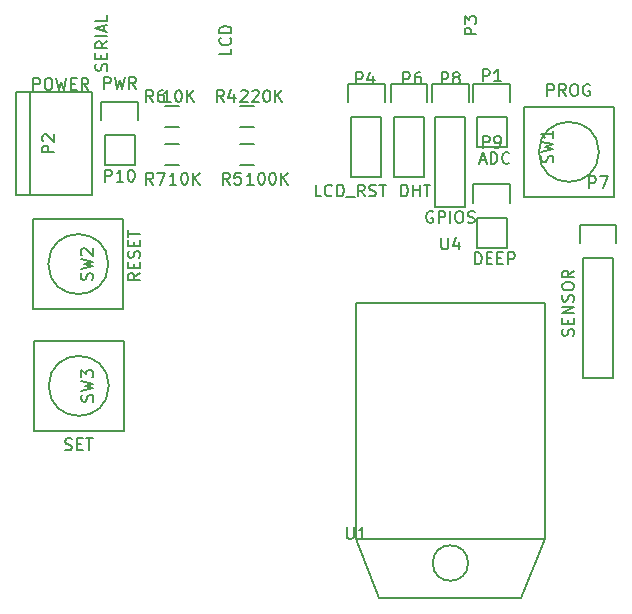
<source format=gto>
G04 #@! TF.FileFunction,Legend,Top*
%FSLAX46Y46*%
G04 Gerber Fmt 4.6, Leading zero omitted, Abs format (unit mm)*
G04 Created by KiCad (PCBNEW 4.0.4-1.fc24-product) date Sun Jan 15 22:00:39 2017*
%MOMM*%
%LPD*%
G01*
G04 APERTURE LIST*
%ADD10C,0.100000*%
%ADD11C,0.150000*%
G04 APERTURE END LIST*
D10*
D11*
X79770000Y-40270000D02*
X79770000Y-42810000D01*
X80050000Y-37450000D02*
X80050000Y-39000000D01*
X79770000Y-40270000D02*
X77230000Y-40270000D01*
X76950000Y-39000000D02*
X76950000Y-37450000D01*
X76950000Y-37450000D02*
X80050000Y-37450000D01*
X77230000Y-40270000D02*
X77230000Y-42810000D01*
X77230000Y-42810000D02*
X79770000Y-42810000D01*
X38220000Y-38149100D02*
X38220000Y-46849100D01*
X44625000Y-38149100D02*
X44625000Y-46849100D01*
X44625000Y-46849100D02*
X38220000Y-46849100D01*
X39450000Y-46849100D02*
X39450000Y-38149100D01*
X38220000Y-38149100D02*
X44625000Y-38149100D01*
X66630000Y-40270000D02*
X66630000Y-45350000D01*
X66630000Y-45350000D02*
X69170000Y-45350000D01*
X69170000Y-45350000D02*
X69170000Y-40270000D01*
X69450000Y-37450000D02*
X69450000Y-39000000D01*
X69170000Y-40270000D02*
X66630000Y-40270000D01*
X66350000Y-39000000D02*
X66350000Y-37450000D01*
X66350000Y-37450000D02*
X69450000Y-37450000D01*
X70230000Y-40270000D02*
X70230000Y-45350000D01*
X70230000Y-45350000D02*
X72770000Y-45350000D01*
X72770000Y-45350000D02*
X72770000Y-40270000D01*
X73050000Y-37450000D02*
X73050000Y-39000000D01*
X72770000Y-40270000D02*
X70230000Y-40270000D01*
X69950000Y-39000000D02*
X69950000Y-37450000D01*
X69950000Y-37450000D02*
X73050000Y-37450000D01*
X85950000Y-50920000D02*
X85950000Y-49370000D01*
X85950000Y-49370000D02*
X89050000Y-49370000D01*
X89050000Y-49370000D02*
X89050000Y-50920000D01*
X88770000Y-52190000D02*
X88770000Y-62350000D01*
X88770000Y-62350000D02*
X86230000Y-62350000D01*
X86230000Y-62350000D02*
X86230000Y-52190000D01*
X88770000Y-52190000D02*
X86230000Y-52190000D01*
X57200000Y-39325000D02*
X58400000Y-39325000D01*
X58400000Y-41075000D02*
X57200000Y-41075000D01*
X58400000Y-44275000D02*
X57200000Y-44275000D01*
X57200000Y-42525000D02*
X58400000Y-42525000D01*
X50800000Y-39325000D02*
X52000000Y-39325000D01*
X52000000Y-41075000D02*
X50800000Y-41075000D01*
X50800000Y-42525000D02*
X52000000Y-42525000D01*
X52000000Y-44275000D02*
X50800000Y-44275000D01*
X87580000Y-43190000D02*
G75*
G03X87580000Y-43190000I-2540000J0D01*
G01*
X81230000Y-47000000D02*
X81230000Y-39380000D01*
X81230000Y-39380000D02*
X88850000Y-39380000D01*
X88850000Y-39380000D02*
X88850000Y-47000000D01*
X81230000Y-47000000D02*
X88850000Y-47000000D01*
X46040000Y-52690000D02*
G75*
G03X46040000Y-52690000I-2540000J0D01*
G01*
X47310000Y-48880000D02*
X47310000Y-56500000D01*
X47310000Y-56500000D02*
X39690000Y-56500000D01*
X39690000Y-56500000D02*
X39690000Y-48880000D01*
X47310000Y-48880000D02*
X39690000Y-48880000D01*
X46080000Y-63000000D02*
G75*
G03X46080000Y-63000000I-2540000J0D01*
G01*
X47350000Y-59190000D02*
X47350000Y-66810000D01*
X47350000Y-66810000D02*
X39730000Y-66810000D01*
X39730000Y-66810000D02*
X39730000Y-59190000D01*
X47350000Y-59190000D02*
X39730000Y-59190000D01*
X73730000Y-40270000D02*
X73730000Y-47890000D01*
X76270000Y-40270000D02*
X76270000Y-47890000D01*
X76550000Y-37450000D02*
X76550000Y-39000000D01*
X73730000Y-47890000D02*
X76270000Y-47890000D01*
X76270000Y-40270000D02*
X73730000Y-40270000D01*
X73450000Y-39000000D02*
X73450000Y-37450000D01*
X73450000Y-37450000D02*
X76550000Y-37450000D01*
X79770000Y-48770000D02*
X79770000Y-51310000D01*
X80050000Y-45950000D02*
X80050000Y-47500000D01*
X79770000Y-48770000D02*
X77230000Y-48770000D01*
X76950000Y-47500000D02*
X76950000Y-45950000D01*
X76950000Y-45950000D02*
X80050000Y-45950000D01*
X77230000Y-48770000D02*
X77230000Y-51310000D01*
X77230000Y-51310000D02*
X79770000Y-51310000D01*
X48270000Y-41770000D02*
X48270000Y-44310000D01*
X48550000Y-38950000D02*
X48550000Y-40500000D01*
X48270000Y-41770000D02*
X45730000Y-41770000D01*
X45450000Y-40500000D02*
X45450000Y-38950000D01*
X45450000Y-38950000D02*
X48550000Y-38950000D01*
X45730000Y-41770000D02*
X45730000Y-44310000D01*
X45730000Y-44310000D02*
X48270000Y-44310000D01*
X76500000Y-78000000D02*
G75*
G03X76500000Y-78000000I-1500000J0D01*
G01*
X83000000Y-76000000D02*
X81000000Y-81000000D01*
X83000000Y-75000000D02*
X83000000Y-76000000D01*
X69000000Y-81000000D02*
X81000000Y-81000000D01*
X67000000Y-76000000D02*
X69000000Y-81000000D01*
X83000000Y-76000000D02*
X83000000Y-56000000D01*
X67000000Y-76000000D02*
X83000000Y-76000000D01*
X67000000Y-56000000D02*
X67000000Y-76000000D01*
X83000000Y-56000000D02*
X67000000Y-56000000D01*
X77761905Y-37202381D02*
X77761905Y-36202381D01*
X78142858Y-36202381D01*
X78238096Y-36250000D01*
X78285715Y-36297619D01*
X78333334Y-36392857D01*
X78333334Y-36535714D01*
X78285715Y-36630952D01*
X78238096Y-36678571D01*
X78142858Y-36726190D01*
X77761905Y-36726190D01*
X79285715Y-37202381D02*
X78714286Y-37202381D01*
X79000000Y-37202381D02*
X79000000Y-36202381D01*
X78904762Y-36345238D01*
X78809524Y-36440476D01*
X78714286Y-36488095D01*
X77511905Y-43916667D02*
X77988096Y-43916667D01*
X77416667Y-44202381D02*
X77750000Y-43202381D01*
X78083334Y-44202381D01*
X78416667Y-44202381D02*
X78416667Y-43202381D01*
X78654762Y-43202381D01*
X78797620Y-43250000D01*
X78892858Y-43345238D01*
X78940477Y-43440476D01*
X78988096Y-43630952D01*
X78988096Y-43773810D01*
X78940477Y-43964286D01*
X78892858Y-44059524D01*
X78797620Y-44154762D01*
X78654762Y-44202381D01*
X78416667Y-44202381D01*
X79988096Y-44107143D02*
X79940477Y-44154762D01*
X79797620Y-44202381D01*
X79702382Y-44202381D01*
X79559524Y-44154762D01*
X79464286Y-44059524D01*
X79416667Y-43964286D01*
X79369048Y-43773810D01*
X79369048Y-43630952D01*
X79416667Y-43440476D01*
X79464286Y-43345238D01*
X79559524Y-43250000D01*
X79702382Y-43202381D01*
X79797620Y-43202381D01*
X79940477Y-43250000D01*
X79988096Y-43297619D01*
X41452381Y-43238095D02*
X40452381Y-43238095D01*
X40452381Y-42857142D01*
X40500000Y-42761904D01*
X40547619Y-42714285D01*
X40642857Y-42666666D01*
X40785714Y-42666666D01*
X40880952Y-42714285D01*
X40928571Y-42761904D01*
X40976190Y-42857142D01*
X40976190Y-43238095D01*
X40547619Y-42285714D02*
X40500000Y-42238095D01*
X40452381Y-42142857D01*
X40452381Y-41904761D01*
X40500000Y-41809523D01*
X40547619Y-41761904D01*
X40642857Y-41714285D01*
X40738095Y-41714285D01*
X40880952Y-41761904D01*
X41452381Y-42333333D01*
X41452381Y-41714285D01*
X39690476Y-37952381D02*
X39690476Y-36952381D01*
X40071429Y-36952381D01*
X40166667Y-37000000D01*
X40214286Y-37047619D01*
X40261905Y-37142857D01*
X40261905Y-37285714D01*
X40214286Y-37380952D01*
X40166667Y-37428571D01*
X40071429Y-37476190D01*
X39690476Y-37476190D01*
X40880952Y-36952381D02*
X41071429Y-36952381D01*
X41166667Y-37000000D01*
X41261905Y-37095238D01*
X41309524Y-37285714D01*
X41309524Y-37619048D01*
X41261905Y-37809524D01*
X41166667Y-37904762D01*
X41071429Y-37952381D01*
X40880952Y-37952381D01*
X40785714Y-37904762D01*
X40690476Y-37809524D01*
X40642857Y-37619048D01*
X40642857Y-37285714D01*
X40690476Y-37095238D01*
X40785714Y-37000000D01*
X40880952Y-36952381D01*
X41642857Y-36952381D02*
X41880952Y-37952381D01*
X42071429Y-37238095D01*
X42261905Y-37952381D01*
X42500000Y-36952381D01*
X42880952Y-37428571D02*
X43214286Y-37428571D01*
X43357143Y-37952381D02*
X42880952Y-37952381D01*
X42880952Y-36952381D01*
X43357143Y-36952381D01*
X44357143Y-37952381D02*
X44023809Y-37476190D01*
X43785714Y-37952381D02*
X43785714Y-36952381D01*
X44166667Y-36952381D01*
X44261905Y-37000000D01*
X44309524Y-37047619D01*
X44357143Y-37142857D01*
X44357143Y-37285714D01*
X44309524Y-37380952D01*
X44261905Y-37428571D01*
X44166667Y-37476190D01*
X43785714Y-37476190D01*
X77202381Y-33238095D02*
X76202381Y-33238095D01*
X76202381Y-32857142D01*
X76250000Y-32761904D01*
X76297619Y-32714285D01*
X76392857Y-32666666D01*
X76535714Y-32666666D01*
X76630952Y-32714285D01*
X76678571Y-32761904D01*
X76726190Y-32857142D01*
X76726190Y-33238095D01*
X76202381Y-32333333D02*
X76202381Y-31714285D01*
X76583333Y-32047619D01*
X76583333Y-31904761D01*
X76630952Y-31809523D01*
X76678571Y-31761904D01*
X76773810Y-31714285D01*
X77011905Y-31714285D01*
X77107143Y-31761904D01*
X77154762Y-31809523D01*
X77202381Y-31904761D01*
X77202381Y-32190476D01*
X77154762Y-32285714D01*
X77107143Y-32333333D01*
X56452381Y-34440476D02*
X56452381Y-34916667D01*
X55452381Y-34916667D01*
X56357143Y-33535714D02*
X56404762Y-33583333D01*
X56452381Y-33726190D01*
X56452381Y-33821428D01*
X56404762Y-33964286D01*
X56309524Y-34059524D01*
X56214286Y-34107143D01*
X56023810Y-34154762D01*
X55880952Y-34154762D01*
X55690476Y-34107143D01*
X55595238Y-34059524D01*
X55500000Y-33964286D01*
X55452381Y-33821428D01*
X55452381Y-33726190D01*
X55500000Y-33583333D01*
X55547619Y-33535714D01*
X56452381Y-33107143D02*
X55452381Y-33107143D01*
X55452381Y-32869048D01*
X55500000Y-32726190D01*
X55595238Y-32630952D01*
X55690476Y-32583333D01*
X55880952Y-32535714D01*
X56023810Y-32535714D01*
X56214286Y-32583333D01*
X56309524Y-32630952D01*
X56404762Y-32726190D01*
X56452381Y-32869048D01*
X56452381Y-33107143D01*
X67011905Y-37452381D02*
X67011905Y-36452381D01*
X67392858Y-36452381D01*
X67488096Y-36500000D01*
X67535715Y-36547619D01*
X67583334Y-36642857D01*
X67583334Y-36785714D01*
X67535715Y-36880952D01*
X67488096Y-36928571D01*
X67392858Y-36976190D01*
X67011905Y-36976190D01*
X68440477Y-36785714D02*
X68440477Y-37452381D01*
X68202381Y-36404762D02*
X67964286Y-37119048D01*
X68583334Y-37119048D01*
X64071429Y-46952381D02*
X63595238Y-46952381D01*
X63595238Y-45952381D01*
X64976191Y-46857143D02*
X64928572Y-46904762D01*
X64785715Y-46952381D01*
X64690477Y-46952381D01*
X64547619Y-46904762D01*
X64452381Y-46809524D01*
X64404762Y-46714286D01*
X64357143Y-46523810D01*
X64357143Y-46380952D01*
X64404762Y-46190476D01*
X64452381Y-46095238D01*
X64547619Y-46000000D01*
X64690477Y-45952381D01*
X64785715Y-45952381D01*
X64928572Y-46000000D01*
X64976191Y-46047619D01*
X65404762Y-46952381D02*
X65404762Y-45952381D01*
X65642857Y-45952381D01*
X65785715Y-46000000D01*
X65880953Y-46095238D01*
X65928572Y-46190476D01*
X65976191Y-46380952D01*
X65976191Y-46523810D01*
X65928572Y-46714286D01*
X65880953Y-46809524D01*
X65785715Y-46904762D01*
X65642857Y-46952381D01*
X65404762Y-46952381D01*
X66166667Y-47047619D02*
X66928572Y-47047619D01*
X67738096Y-46952381D02*
X67404762Y-46476190D01*
X67166667Y-46952381D02*
X67166667Y-45952381D01*
X67547620Y-45952381D01*
X67642858Y-46000000D01*
X67690477Y-46047619D01*
X67738096Y-46142857D01*
X67738096Y-46285714D01*
X67690477Y-46380952D01*
X67642858Y-46428571D01*
X67547620Y-46476190D01*
X67166667Y-46476190D01*
X68119048Y-46904762D02*
X68261905Y-46952381D01*
X68500001Y-46952381D01*
X68595239Y-46904762D01*
X68642858Y-46857143D01*
X68690477Y-46761905D01*
X68690477Y-46666667D01*
X68642858Y-46571429D01*
X68595239Y-46523810D01*
X68500001Y-46476190D01*
X68309524Y-46428571D01*
X68214286Y-46380952D01*
X68166667Y-46333333D01*
X68119048Y-46238095D01*
X68119048Y-46142857D01*
X68166667Y-46047619D01*
X68214286Y-46000000D01*
X68309524Y-45952381D01*
X68547620Y-45952381D01*
X68690477Y-46000000D01*
X68976191Y-45952381D02*
X69547620Y-45952381D01*
X69261905Y-46952381D02*
X69261905Y-45952381D01*
X45904762Y-36309524D02*
X45952381Y-36166667D01*
X45952381Y-35928571D01*
X45904762Y-35833333D01*
X45857143Y-35785714D01*
X45761905Y-35738095D01*
X45666667Y-35738095D01*
X45571429Y-35785714D01*
X45523810Y-35833333D01*
X45476190Y-35928571D01*
X45428571Y-36119048D01*
X45380952Y-36214286D01*
X45333333Y-36261905D01*
X45238095Y-36309524D01*
X45142857Y-36309524D01*
X45047619Y-36261905D01*
X45000000Y-36214286D01*
X44952381Y-36119048D01*
X44952381Y-35880952D01*
X45000000Y-35738095D01*
X45428571Y-35309524D02*
X45428571Y-34976190D01*
X45952381Y-34833333D02*
X45952381Y-35309524D01*
X44952381Y-35309524D01*
X44952381Y-34833333D01*
X45952381Y-33833333D02*
X45476190Y-34166667D01*
X45952381Y-34404762D02*
X44952381Y-34404762D01*
X44952381Y-34023809D01*
X45000000Y-33928571D01*
X45047619Y-33880952D01*
X45142857Y-33833333D01*
X45285714Y-33833333D01*
X45380952Y-33880952D01*
X45428571Y-33928571D01*
X45476190Y-34023809D01*
X45476190Y-34404762D01*
X45952381Y-33404762D02*
X44952381Y-33404762D01*
X45666667Y-32976191D02*
X45666667Y-32500000D01*
X45952381Y-33071429D02*
X44952381Y-32738096D01*
X45952381Y-32404762D01*
X45952381Y-31595238D02*
X45952381Y-32071429D01*
X44952381Y-32071429D01*
X71011905Y-37452381D02*
X71011905Y-36452381D01*
X71392858Y-36452381D01*
X71488096Y-36500000D01*
X71535715Y-36547619D01*
X71583334Y-36642857D01*
X71583334Y-36785714D01*
X71535715Y-36880952D01*
X71488096Y-36928571D01*
X71392858Y-36976190D01*
X71011905Y-36976190D01*
X72440477Y-36452381D02*
X72250000Y-36452381D01*
X72154762Y-36500000D01*
X72107143Y-36547619D01*
X72011905Y-36690476D01*
X71964286Y-36880952D01*
X71964286Y-37261905D01*
X72011905Y-37357143D01*
X72059524Y-37404762D01*
X72154762Y-37452381D01*
X72345239Y-37452381D01*
X72440477Y-37404762D01*
X72488096Y-37357143D01*
X72535715Y-37261905D01*
X72535715Y-37023810D01*
X72488096Y-36928571D01*
X72440477Y-36880952D01*
X72345239Y-36833333D01*
X72154762Y-36833333D01*
X72059524Y-36880952D01*
X72011905Y-36928571D01*
X71964286Y-37023810D01*
X70833333Y-46952381D02*
X70833333Y-45952381D01*
X71071428Y-45952381D01*
X71214286Y-46000000D01*
X71309524Y-46095238D01*
X71357143Y-46190476D01*
X71404762Y-46380952D01*
X71404762Y-46523810D01*
X71357143Y-46714286D01*
X71309524Y-46809524D01*
X71214286Y-46904762D01*
X71071428Y-46952381D01*
X70833333Y-46952381D01*
X71833333Y-46952381D02*
X71833333Y-45952381D01*
X71833333Y-46428571D02*
X72404762Y-46428571D01*
X72404762Y-46952381D02*
X72404762Y-45952381D01*
X72738095Y-45952381D02*
X73309524Y-45952381D01*
X73023809Y-46952381D02*
X73023809Y-45952381D01*
X86761905Y-46272381D02*
X86761905Y-45272381D01*
X87142858Y-45272381D01*
X87238096Y-45320000D01*
X87285715Y-45367619D01*
X87333334Y-45462857D01*
X87333334Y-45605714D01*
X87285715Y-45700952D01*
X87238096Y-45748571D01*
X87142858Y-45796190D01*
X86761905Y-45796190D01*
X87666667Y-45272381D02*
X88333334Y-45272381D01*
X87904762Y-46272381D01*
X85404762Y-58761905D02*
X85452381Y-58619048D01*
X85452381Y-58380952D01*
X85404762Y-58285714D01*
X85357143Y-58238095D01*
X85261905Y-58190476D01*
X85166667Y-58190476D01*
X85071429Y-58238095D01*
X85023810Y-58285714D01*
X84976190Y-58380952D01*
X84928571Y-58571429D01*
X84880952Y-58666667D01*
X84833333Y-58714286D01*
X84738095Y-58761905D01*
X84642857Y-58761905D01*
X84547619Y-58714286D01*
X84500000Y-58666667D01*
X84452381Y-58571429D01*
X84452381Y-58333333D01*
X84500000Y-58190476D01*
X84928571Y-57761905D02*
X84928571Y-57428571D01*
X85452381Y-57285714D02*
X85452381Y-57761905D01*
X84452381Y-57761905D01*
X84452381Y-57285714D01*
X85452381Y-56857143D02*
X84452381Y-56857143D01*
X85452381Y-56285714D01*
X84452381Y-56285714D01*
X85404762Y-55857143D02*
X85452381Y-55714286D01*
X85452381Y-55476190D01*
X85404762Y-55380952D01*
X85357143Y-55333333D01*
X85261905Y-55285714D01*
X85166667Y-55285714D01*
X85071429Y-55333333D01*
X85023810Y-55380952D01*
X84976190Y-55476190D01*
X84928571Y-55666667D01*
X84880952Y-55761905D01*
X84833333Y-55809524D01*
X84738095Y-55857143D01*
X84642857Y-55857143D01*
X84547619Y-55809524D01*
X84500000Y-55761905D01*
X84452381Y-55666667D01*
X84452381Y-55428571D01*
X84500000Y-55285714D01*
X84452381Y-54666667D02*
X84452381Y-54476190D01*
X84500000Y-54380952D01*
X84595238Y-54285714D01*
X84785714Y-54238095D01*
X85119048Y-54238095D01*
X85309524Y-54285714D01*
X85404762Y-54380952D01*
X85452381Y-54476190D01*
X85452381Y-54666667D01*
X85404762Y-54761905D01*
X85309524Y-54857143D01*
X85119048Y-54904762D01*
X84785714Y-54904762D01*
X84595238Y-54857143D01*
X84500000Y-54761905D01*
X84452381Y-54666667D01*
X85452381Y-53238095D02*
X84976190Y-53571429D01*
X85452381Y-53809524D02*
X84452381Y-53809524D01*
X84452381Y-53428571D01*
X84500000Y-53333333D01*
X84547619Y-53285714D01*
X84642857Y-53238095D01*
X84785714Y-53238095D01*
X84880952Y-53285714D01*
X84928571Y-53333333D01*
X84976190Y-53428571D01*
X84976190Y-53809524D01*
X55833334Y-38952381D02*
X55500000Y-38476190D01*
X55261905Y-38952381D02*
X55261905Y-37952381D01*
X55642858Y-37952381D01*
X55738096Y-38000000D01*
X55785715Y-38047619D01*
X55833334Y-38142857D01*
X55833334Y-38285714D01*
X55785715Y-38380952D01*
X55738096Y-38428571D01*
X55642858Y-38476190D01*
X55261905Y-38476190D01*
X56690477Y-38285714D02*
X56690477Y-38952381D01*
X56452381Y-37904762D02*
X56214286Y-38619048D01*
X56833334Y-38619048D01*
X57261905Y-38047619D02*
X57309524Y-38000000D01*
X57404762Y-37952381D01*
X57642858Y-37952381D01*
X57738096Y-38000000D01*
X57785715Y-38047619D01*
X57833334Y-38142857D01*
X57833334Y-38238095D01*
X57785715Y-38380952D01*
X57214286Y-38952381D01*
X57833334Y-38952381D01*
X58214286Y-38047619D02*
X58261905Y-38000000D01*
X58357143Y-37952381D01*
X58595239Y-37952381D01*
X58690477Y-38000000D01*
X58738096Y-38047619D01*
X58785715Y-38142857D01*
X58785715Y-38238095D01*
X58738096Y-38380952D01*
X58166667Y-38952381D01*
X58785715Y-38952381D01*
X59404762Y-37952381D02*
X59500001Y-37952381D01*
X59595239Y-38000000D01*
X59642858Y-38047619D01*
X59690477Y-38142857D01*
X59738096Y-38333333D01*
X59738096Y-38571429D01*
X59690477Y-38761905D01*
X59642858Y-38857143D01*
X59595239Y-38904762D01*
X59500001Y-38952381D01*
X59404762Y-38952381D01*
X59309524Y-38904762D01*
X59261905Y-38857143D01*
X59214286Y-38761905D01*
X59166667Y-38571429D01*
X59166667Y-38333333D01*
X59214286Y-38142857D01*
X59261905Y-38047619D01*
X59309524Y-38000000D01*
X59404762Y-37952381D01*
X60166667Y-38952381D02*
X60166667Y-37952381D01*
X60738096Y-38952381D02*
X60309524Y-38380952D01*
X60738096Y-37952381D02*
X60166667Y-38523810D01*
X56333334Y-45952381D02*
X56000000Y-45476190D01*
X55761905Y-45952381D02*
X55761905Y-44952381D01*
X56142858Y-44952381D01*
X56238096Y-45000000D01*
X56285715Y-45047619D01*
X56333334Y-45142857D01*
X56333334Y-45285714D01*
X56285715Y-45380952D01*
X56238096Y-45428571D01*
X56142858Y-45476190D01*
X55761905Y-45476190D01*
X57238096Y-44952381D02*
X56761905Y-44952381D01*
X56714286Y-45428571D01*
X56761905Y-45380952D01*
X56857143Y-45333333D01*
X57095239Y-45333333D01*
X57190477Y-45380952D01*
X57238096Y-45428571D01*
X57285715Y-45523810D01*
X57285715Y-45761905D01*
X57238096Y-45857143D01*
X57190477Y-45904762D01*
X57095239Y-45952381D01*
X56857143Y-45952381D01*
X56761905Y-45904762D01*
X56714286Y-45857143D01*
X58333334Y-45952381D02*
X57761905Y-45952381D01*
X58047619Y-45952381D02*
X58047619Y-44952381D01*
X57952381Y-45095238D01*
X57857143Y-45190476D01*
X57761905Y-45238095D01*
X58952381Y-44952381D02*
X59047620Y-44952381D01*
X59142858Y-45000000D01*
X59190477Y-45047619D01*
X59238096Y-45142857D01*
X59285715Y-45333333D01*
X59285715Y-45571429D01*
X59238096Y-45761905D01*
X59190477Y-45857143D01*
X59142858Y-45904762D01*
X59047620Y-45952381D01*
X58952381Y-45952381D01*
X58857143Y-45904762D01*
X58809524Y-45857143D01*
X58761905Y-45761905D01*
X58714286Y-45571429D01*
X58714286Y-45333333D01*
X58761905Y-45142857D01*
X58809524Y-45047619D01*
X58857143Y-45000000D01*
X58952381Y-44952381D01*
X59904762Y-44952381D02*
X60000001Y-44952381D01*
X60095239Y-45000000D01*
X60142858Y-45047619D01*
X60190477Y-45142857D01*
X60238096Y-45333333D01*
X60238096Y-45571429D01*
X60190477Y-45761905D01*
X60142858Y-45857143D01*
X60095239Y-45904762D01*
X60000001Y-45952381D01*
X59904762Y-45952381D01*
X59809524Y-45904762D01*
X59761905Y-45857143D01*
X59714286Y-45761905D01*
X59666667Y-45571429D01*
X59666667Y-45333333D01*
X59714286Y-45142857D01*
X59761905Y-45047619D01*
X59809524Y-45000000D01*
X59904762Y-44952381D01*
X60666667Y-45952381D02*
X60666667Y-44952381D01*
X61238096Y-45952381D02*
X60809524Y-45380952D01*
X61238096Y-44952381D02*
X60666667Y-45523810D01*
X49833334Y-38952381D02*
X49500000Y-38476190D01*
X49261905Y-38952381D02*
X49261905Y-37952381D01*
X49642858Y-37952381D01*
X49738096Y-38000000D01*
X49785715Y-38047619D01*
X49833334Y-38142857D01*
X49833334Y-38285714D01*
X49785715Y-38380952D01*
X49738096Y-38428571D01*
X49642858Y-38476190D01*
X49261905Y-38476190D01*
X50690477Y-37952381D02*
X50500000Y-37952381D01*
X50404762Y-38000000D01*
X50357143Y-38047619D01*
X50261905Y-38190476D01*
X50214286Y-38380952D01*
X50214286Y-38761905D01*
X50261905Y-38857143D01*
X50309524Y-38904762D01*
X50404762Y-38952381D01*
X50595239Y-38952381D01*
X50690477Y-38904762D01*
X50738096Y-38857143D01*
X50785715Y-38761905D01*
X50785715Y-38523810D01*
X50738096Y-38428571D01*
X50690477Y-38380952D01*
X50595239Y-38333333D01*
X50404762Y-38333333D01*
X50309524Y-38380952D01*
X50261905Y-38428571D01*
X50214286Y-38523810D01*
X51309524Y-38952381D02*
X50738095Y-38952381D01*
X51023809Y-38952381D02*
X51023809Y-37952381D01*
X50928571Y-38095238D01*
X50833333Y-38190476D01*
X50738095Y-38238095D01*
X51928571Y-37952381D02*
X52023810Y-37952381D01*
X52119048Y-38000000D01*
X52166667Y-38047619D01*
X52214286Y-38142857D01*
X52261905Y-38333333D01*
X52261905Y-38571429D01*
X52214286Y-38761905D01*
X52166667Y-38857143D01*
X52119048Y-38904762D01*
X52023810Y-38952381D01*
X51928571Y-38952381D01*
X51833333Y-38904762D01*
X51785714Y-38857143D01*
X51738095Y-38761905D01*
X51690476Y-38571429D01*
X51690476Y-38333333D01*
X51738095Y-38142857D01*
X51785714Y-38047619D01*
X51833333Y-38000000D01*
X51928571Y-37952381D01*
X52690476Y-38952381D02*
X52690476Y-37952381D01*
X53261905Y-38952381D02*
X52833333Y-38380952D01*
X53261905Y-37952381D02*
X52690476Y-38523810D01*
X49833334Y-45952381D02*
X49500000Y-45476190D01*
X49261905Y-45952381D02*
X49261905Y-44952381D01*
X49642858Y-44952381D01*
X49738096Y-45000000D01*
X49785715Y-45047619D01*
X49833334Y-45142857D01*
X49833334Y-45285714D01*
X49785715Y-45380952D01*
X49738096Y-45428571D01*
X49642858Y-45476190D01*
X49261905Y-45476190D01*
X50166667Y-44952381D02*
X50833334Y-44952381D01*
X50404762Y-45952381D01*
X51809524Y-45952381D02*
X51238095Y-45952381D01*
X51523809Y-45952381D02*
X51523809Y-44952381D01*
X51428571Y-45095238D01*
X51333333Y-45190476D01*
X51238095Y-45238095D01*
X52428571Y-44952381D02*
X52523810Y-44952381D01*
X52619048Y-45000000D01*
X52666667Y-45047619D01*
X52714286Y-45142857D01*
X52761905Y-45333333D01*
X52761905Y-45571429D01*
X52714286Y-45761905D01*
X52666667Y-45857143D01*
X52619048Y-45904762D01*
X52523810Y-45952381D01*
X52428571Y-45952381D01*
X52333333Y-45904762D01*
X52285714Y-45857143D01*
X52238095Y-45761905D01*
X52190476Y-45571429D01*
X52190476Y-45333333D01*
X52238095Y-45142857D01*
X52285714Y-45047619D01*
X52333333Y-45000000D01*
X52428571Y-44952381D01*
X53190476Y-45952381D02*
X53190476Y-44952381D01*
X53761905Y-45952381D02*
X53333333Y-45380952D01*
X53761905Y-44952381D02*
X53190476Y-45523810D01*
X83654762Y-44083333D02*
X83702381Y-43940476D01*
X83702381Y-43702380D01*
X83654762Y-43607142D01*
X83607143Y-43559523D01*
X83511905Y-43511904D01*
X83416667Y-43511904D01*
X83321429Y-43559523D01*
X83273810Y-43607142D01*
X83226190Y-43702380D01*
X83178571Y-43892857D01*
X83130952Y-43988095D01*
X83083333Y-44035714D01*
X82988095Y-44083333D01*
X82892857Y-44083333D01*
X82797619Y-44035714D01*
X82750000Y-43988095D01*
X82702381Y-43892857D01*
X82702381Y-43654761D01*
X82750000Y-43511904D01*
X82702381Y-43178571D02*
X83702381Y-42940476D01*
X82988095Y-42749999D01*
X83702381Y-42559523D01*
X82702381Y-42321428D01*
X83702381Y-41416666D02*
X83702381Y-41988095D01*
X83702381Y-41702381D02*
X82702381Y-41702381D01*
X82845238Y-41797619D01*
X82940476Y-41892857D01*
X82988095Y-41988095D01*
X83214286Y-38452381D02*
X83214286Y-37452381D01*
X83595239Y-37452381D01*
X83690477Y-37500000D01*
X83738096Y-37547619D01*
X83785715Y-37642857D01*
X83785715Y-37785714D01*
X83738096Y-37880952D01*
X83690477Y-37928571D01*
X83595239Y-37976190D01*
X83214286Y-37976190D01*
X84785715Y-38452381D02*
X84452381Y-37976190D01*
X84214286Y-38452381D02*
X84214286Y-37452381D01*
X84595239Y-37452381D01*
X84690477Y-37500000D01*
X84738096Y-37547619D01*
X84785715Y-37642857D01*
X84785715Y-37785714D01*
X84738096Y-37880952D01*
X84690477Y-37928571D01*
X84595239Y-37976190D01*
X84214286Y-37976190D01*
X85404762Y-37452381D02*
X85595239Y-37452381D01*
X85690477Y-37500000D01*
X85785715Y-37595238D01*
X85833334Y-37785714D01*
X85833334Y-38119048D01*
X85785715Y-38309524D01*
X85690477Y-38404762D01*
X85595239Y-38452381D01*
X85404762Y-38452381D01*
X85309524Y-38404762D01*
X85214286Y-38309524D01*
X85166667Y-38119048D01*
X85166667Y-37785714D01*
X85214286Y-37595238D01*
X85309524Y-37500000D01*
X85404762Y-37452381D01*
X86785715Y-37500000D02*
X86690477Y-37452381D01*
X86547620Y-37452381D01*
X86404762Y-37500000D01*
X86309524Y-37595238D01*
X86261905Y-37690476D01*
X86214286Y-37880952D01*
X86214286Y-38023810D01*
X86261905Y-38214286D01*
X86309524Y-38309524D01*
X86404762Y-38404762D01*
X86547620Y-38452381D01*
X86642858Y-38452381D01*
X86785715Y-38404762D01*
X86833334Y-38357143D01*
X86833334Y-38023810D01*
X86642858Y-38023810D01*
X44666762Y-54023333D02*
X44714381Y-53880476D01*
X44714381Y-53642380D01*
X44666762Y-53547142D01*
X44619143Y-53499523D01*
X44523905Y-53451904D01*
X44428667Y-53451904D01*
X44333429Y-53499523D01*
X44285810Y-53547142D01*
X44238190Y-53642380D01*
X44190571Y-53832857D01*
X44142952Y-53928095D01*
X44095333Y-53975714D01*
X44000095Y-54023333D01*
X43904857Y-54023333D01*
X43809619Y-53975714D01*
X43762000Y-53928095D01*
X43714381Y-53832857D01*
X43714381Y-53594761D01*
X43762000Y-53451904D01*
X43714381Y-53118571D02*
X44714381Y-52880476D01*
X44000095Y-52689999D01*
X44714381Y-52499523D01*
X43714381Y-52261428D01*
X43809619Y-51928095D02*
X43762000Y-51880476D01*
X43714381Y-51785238D01*
X43714381Y-51547142D01*
X43762000Y-51451904D01*
X43809619Y-51404285D01*
X43904857Y-51356666D01*
X44000095Y-51356666D01*
X44142952Y-51404285D01*
X44714381Y-51975714D01*
X44714381Y-51356666D01*
X48702381Y-53452381D02*
X48226190Y-53785715D01*
X48702381Y-54023810D02*
X47702381Y-54023810D01*
X47702381Y-53642857D01*
X47750000Y-53547619D01*
X47797619Y-53500000D01*
X47892857Y-53452381D01*
X48035714Y-53452381D01*
X48130952Y-53500000D01*
X48178571Y-53547619D01*
X48226190Y-53642857D01*
X48226190Y-54023810D01*
X48178571Y-53023810D02*
X48178571Y-52690476D01*
X48702381Y-52547619D02*
X48702381Y-53023810D01*
X47702381Y-53023810D01*
X47702381Y-52547619D01*
X48654762Y-52166667D02*
X48702381Y-52023810D01*
X48702381Y-51785714D01*
X48654762Y-51690476D01*
X48607143Y-51642857D01*
X48511905Y-51595238D01*
X48416667Y-51595238D01*
X48321429Y-51642857D01*
X48273810Y-51690476D01*
X48226190Y-51785714D01*
X48178571Y-51976191D01*
X48130952Y-52071429D01*
X48083333Y-52119048D01*
X47988095Y-52166667D01*
X47892857Y-52166667D01*
X47797619Y-52119048D01*
X47750000Y-52071429D01*
X47702381Y-51976191D01*
X47702381Y-51738095D01*
X47750000Y-51595238D01*
X48178571Y-51166667D02*
X48178571Y-50833333D01*
X48702381Y-50690476D02*
X48702381Y-51166667D01*
X47702381Y-51166667D01*
X47702381Y-50690476D01*
X47702381Y-50404762D02*
X47702381Y-49833333D01*
X48702381Y-50119048D02*
X47702381Y-50119048D01*
X44706762Y-64333333D02*
X44754381Y-64190476D01*
X44754381Y-63952380D01*
X44706762Y-63857142D01*
X44659143Y-63809523D01*
X44563905Y-63761904D01*
X44468667Y-63761904D01*
X44373429Y-63809523D01*
X44325810Y-63857142D01*
X44278190Y-63952380D01*
X44230571Y-64142857D01*
X44182952Y-64238095D01*
X44135333Y-64285714D01*
X44040095Y-64333333D01*
X43944857Y-64333333D01*
X43849619Y-64285714D01*
X43802000Y-64238095D01*
X43754381Y-64142857D01*
X43754381Y-63904761D01*
X43802000Y-63761904D01*
X43754381Y-63428571D02*
X44754381Y-63190476D01*
X44040095Y-62999999D01*
X44754381Y-62809523D01*
X43754381Y-62571428D01*
X43754381Y-62285714D02*
X43754381Y-61666666D01*
X44135333Y-62000000D01*
X44135333Y-61857142D01*
X44182952Y-61761904D01*
X44230571Y-61714285D01*
X44325810Y-61666666D01*
X44563905Y-61666666D01*
X44659143Y-61714285D01*
X44706762Y-61761904D01*
X44754381Y-61857142D01*
X44754381Y-62142857D01*
X44706762Y-62238095D01*
X44659143Y-62285714D01*
X42380952Y-68404762D02*
X42523809Y-68452381D01*
X42761905Y-68452381D01*
X42857143Y-68404762D01*
X42904762Y-68357143D01*
X42952381Y-68261905D01*
X42952381Y-68166667D01*
X42904762Y-68071429D01*
X42857143Y-68023810D01*
X42761905Y-67976190D01*
X42571428Y-67928571D01*
X42476190Y-67880952D01*
X42428571Y-67833333D01*
X42380952Y-67738095D01*
X42380952Y-67642857D01*
X42428571Y-67547619D01*
X42476190Y-67500000D01*
X42571428Y-67452381D01*
X42809524Y-67452381D01*
X42952381Y-67500000D01*
X43380952Y-67928571D02*
X43714286Y-67928571D01*
X43857143Y-68452381D02*
X43380952Y-68452381D01*
X43380952Y-67452381D01*
X43857143Y-67452381D01*
X44142857Y-67452381D02*
X44714286Y-67452381D01*
X44428571Y-68452381D02*
X44428571Y-67452381D01*
X66238095Y-74952381D02*
X66238095Y-75761905D01*
X66285714Y-75857143D01*
X66333333Y-75904762D01*
X66428571Y-75952381D01*
X66619048Y-75952381D01*
X66714286Y-75904762D01*
X66761905Y-75857143D01*
X66809524Y-75761905D01*
X66809524Y-74952381D01*
X67809524Y-75952381D02*
X67238095Y-75952381D01*
X67523809Y-75952381D02*
X67523809Y-74952381D01*
X67428571Y-75095238D01*
X67333333Y-75190476D01*
X67238095Y-75238095D01*
X74261905Y-37452381D02*
X74261905Y-36452381D01*
X74642858Y-36452381D01*
X74738096Y-36500000D01*
X74785715Y-36547619D01*
X74833334Y-36642857D01*
X74833334Y-36785714D01*
X74785715Y-36880952D01*
X74738096Y-36928571D01*
X74642858Y-36976190D01*
X74261905Y-36976190D01*
X75404762Y-36880952D02*
X75309524Y-36833333D01*
X75261905Y-36785714D01*
X75214286Y-36690476D01*
X75214286Y-36642857D01*
X75261905Y-36547619D01*
X75309524Y-36500000D01*
X75404762Y-36452381D01*
X75595239Y-36452381D01*
X75690477Y-36500000D01*
X75738096Y-36547619D01*
X75785715Y-36642857D01*
X75785715Y-36690476D01*
X75738096Y-36785714D01*
X75690477Y-36833333D01*
X75595239Y-36880952D01*
X75404762Y-36880952D01*
X75309524Y-36928571D01*
X75261905Y-36976190D01*
X75214286Y-37071429D01*
X75214286Y-37261905D01*
X75261905Y-37357143D01*
X75309524Y-37404762D01*
X75404762Y-37452381D01*
X75595239Y-37452381D01*
X75690477Y-37404762D01*
X75738096Y-37357143D01*
X75785715Y-37261905D01*
X75785715Y-37071429D01*
X75738096Y-36976190D01*
X75690477Y-36928571D01*
X75595239Y-36880952D01*
X73523810Y-48250000D02*
X73428572Y-48202381D01*
X73285715Y-48202381D01*
X73142857Y-48250000D01*
X73047619Y-48345238D01*
X73000000Y-48440476D01*
X72952381Y-48630952D01*
X72952381Y-48773810D01*
X73000000Y-48964286D01*
X73047619Y-49059524D01*
X73142857Y-49154762D01*
X73285715Y-49202381D01*
X73380953Y-49202381D01*
X73523810Y-49154762D01*
X73571429Y-49107143D01*
X73571429Y-48773810D01*
X73380953Y-48773810D01*
X74000000Y-49202381D02*
X74000000Y-48202381D01*
X74380953Y-48202381D01*
X74476191Y-48250000D01*
X74523810Y-48297619D01*
X74571429Y-48392857D01*
X74571429Y-48535714D01*
X74523810Y-48630952D01*
X74476191Y-48678571D01*
X74380953Y-48726190D01*
X74000000Y-48726190D01*
X75000000Y-49202381D02*
X75000000Y-48202381D01*
X75666666Y-48202381D02*
X75857143Y-48202381D01*
X75952381Y-48250000D01*
X76047619Y-48345238D01*
X76095238Y-48535714D01*
X76095238Y-48869048D01*
X76047619Y-49059524D01*
X75952381Y-49154762D01*
X75857143Y-49202381D01*
X75666666Y-49202381D01*
X75571428Y-49154762D01*
X75476190Y-49059524D01*
X75428571Y-48869048D01*
X75428571Y-48535714D01*
X75476190Y-48345238D01*
X75571428Y-48250000D01*
X75666666Y-48202381D01*
X76476190Y-49154762D02*
X76619047Y-49202381D01*
X76857143Y-49202381D01*
X76952381Y-49154762D01*
X77000000Y-49107143D01*
X77047619Y-49011905D01*
X77047619Y-48916667D01*
X77000000Y-48821429D01*
X76952381Y-48773810D01*
X76857143Y-48726190D01*
X76666666Y-48678571D01*
X76571428Y-48630952D01*
X76523809Y-48583333D01*
X76476190Y-48488095D01*
X76476190Y-48392857D01*
X76523809Y-48297619D01*
X76571428Y-48250000D01*
X76666666Y-48202381D01*
X76904762Y-48202381D01*
X77047619Y-48250000D01*
X77761905Y-42852381D02*
X77761905Y-41852381D01*
X78142858Y-41852381D01*
X78238096Y-41900000D01*
X78285715Y-41947619D01*
X78333334Y-42042857D01*
X78333334Y-42185714D01*
X78285715Y-42280952D01*
X78238096Y-42328571D01*
X78142858Y-42376190D01*
X77761905Y-42376190D01*
X78809524Y-42852381D02*
X79000000Y-42852381D01*
X79095239Y-42804762D01*
X79142858Y-42757143D01*
X79238096Y-42614286D01*
X79285715Y-42423810D01*
X79285715Y-42042857D01*
X79238096Y-41947619D01*
X79190477Y-41900000D01*
X79095239Y-41852381D01*
X78904762Y-41852381D01*
X78809524Y-41900000D01*
X78761905Y-41947619D01*
X78714286Y-42042857D01*
X78714286Y-42280952D01*
X78761905Y-42376190D01*
X78809524Y-42423810D01*
X78904762Y-42471429D01*
X79095239Y-42471429D01*
X79190477Y-42423810D01*
X79238096Y-42376190D01*
X79285715Y-42280952D01*
X77083333Y-52702381D02*
X77083333Y-51702381D01*
X77321428Y-51702381D01*
X77464286Y-51750000D01*
X77559524Y-51845238D01*
X77607143Y-51940476D01*
X77654762Y-52130952D01*
X77654762Y-52273810D01*
X77607143Y-52464286D01*
X77559524Y-52559524D01*
X77464286Y-52654762D01*
X77321428Y-52702381D01*
X77083333Y-52702381D01*
X78083333Y-52178571D02*
X78416667Y-52178571D01*
X78559524Y-52702381D02*
X78083333Y-52702381D01*
X78083333Y-51702381D01*
X78559524Y-51702381D01*
X78988095Y-52178571D02*
X79321429Y-52178571D01*
X79464286Y-52702381D02*
X78988095Y-52702381D01*
X78988095Y-51702381D01*
X79464286Y-51702381D01*
X79892857Y-52702381D02*
X79892857Y-51702381D01*
X80273810Y-51702381D01*
X80369048Y-51750000D01*
X80416667Y-51797619D01*
X80464286Y-51892857D01*
X80464286Y-52035714D01*
X80416667Y-52130952D01*
X80369048Y-52178571D01*
X80273810Y-52226190D01*
X79892857Y-52226190D01*
X45785714Y-45702381D02*
X45785714Y-44702381D01*
X46166667Y-44702381D01*
X46261905Y-44750000D01*
X46309524Y-44797619D01*
X46357143Y-44892857D01*
X46357143Y-45035714D01*
X46309524Y-45130952D01*
X46261905Y-45178571D01*
X46166667Y-45226190D01*
X45785714Y-45226190D01*
X47309524Y-45702381D02*
X46738095Y-45702381D01*
X47023809Y-45702381D02*
X47023809Y-44702381D01*
X46928571Y-44845238D01*
X46833333Y-44940476D01*
X46738095Y-44988095D01*
X47928571Y-44702381D02*
X48023810Y-44702381D01*
X48119048Y-44750000D01*
X48166667Y-44797619D01*
X48214286Y-44892857D01*
X48261905Y-45083333D01*
X48261905Y-45321429D01*
X48214286Y-45511905D01*
X48166667Y-45607143D01*
X48119048Y-45654762D01*
X48023810Y-45702381D01*
X47928571Y-45702381D01*
X47833333Y-45654762D01*
X47785714Y-45607143D01*
X47738095Y-45511905D01*
X47690476Y-45321429D01*
X47690476Y-45083333D01*
X47738095Y-44892857D01*
X47785714Y-44797619D01*
X47833333Y-44750000D01*
X47928571Y-44702381D01*
X45666667Y-37852381D02*
X45666667Y-36852381D01*
X46047620Y-36852381D01*
X46142858Y-36900000D01*
X46190477Y-36947619D01*
X46238096Y-37042857D01*
X46238096Y-37185714D01*
X46190477Y-37280952D01*
X46142858Y-37328571D01*
X46047620Y-37376190D01*
X45666667Y-37376190D01*
X46571429Y-36852381D02*
X46809524Y-37852381D01*
X47000001Y-37138095D01*
X47190477Y-37852381D01*
X47428572Y-36852381D01*
X48380953Y-37852381D02*
X48047619Y-37376190D01*
X47809524Y-37852381D02*
X47809524Y-36852381D01*
X48190477Y-36852381D01*
X48285715Y-36900000D01*
X48333334Y-36947619D01*
X48380953Y-37042857D01*
X48380953Y-37185714D01*
X48333334Y-37280952D01*
X48285715Y-37328571D01*
X48190477Y-37376190D01*
X47809524Y-37376190D01*
X74238095Y-50452381D02*
X74238095Y-51261905D01*
X74285714Y-51357143D01*
X74333333Y-51404762D01*
X74428571Y-51452381D01*
X74619048Y-51452381D01*
X74714286Y-51404762D01*
X74761905Y-51357143D01*
X74809524Y-51261905D01*
X74809524Y-50452381D01*
X75714286Y-50785714D02*
X75714286Y-51452381D01*
X75476190Y-50404762D02*
X75238095Y-51119048D01*
X75857143Y-51119048D01*
M02*

</source>
